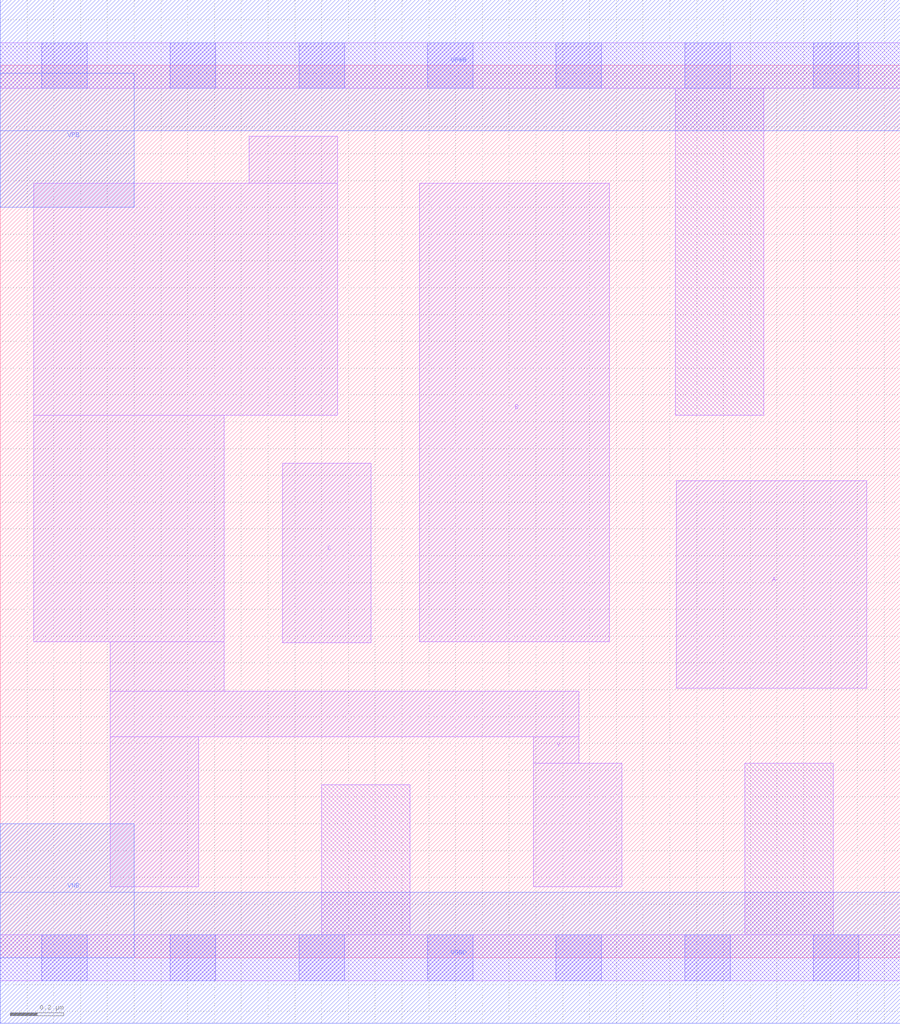
<source format=lef>
# Copyright 2020 The SkyWater PDK Authors
#
# Licensed under the Apache License, Version 2.0 (the "License");
# you may not use this file except in compliance with the License.
# You may obtain a copy of the License at
#
#     https://www.apache.org/licenses/LICENSE-2.0
#
# Unless required by applicable law or agreed to in writing, software
# distributed under the License is distributed on an "AS IS" BASIS,
# WITHOUT WARRANTIES OR CONDITIONS OF ANY KIND, either express or implied.
# See the License for the specific language governing permissions and
# limitations under the License.
#
# SPDX-License-Identifier: Apache-2.0

VERSION 5.5 ;
NAMESCASESENSITIVE ON ;
BUSBITCHARS "[]" ;
DIVIDERCHAR "/" ;
MACRO sky130_fd_sc_lp__nor3_lp
  CLASS CORE ;
  SOURCE USER ;
  ORIGIN  0.000000  0.000000 ;
  SIZE  3.360000 BY  3.330000 ;
  SYMMETRY X Y R90 ;
  SITE unit ;
  PIN A
    ANTENNAGATEAREA  0.376000 ;
    DIRECTION INPUT ;
    USE SIGNAL ;
    PORT
      LAYER li1 ;
        RECT 2.525000 1.005000 3.235000 1.780000 ;
    END
  END A
  PIN B
    ANTENNAGATEAREA  0.376000 ;
    DIRECTION INPUT ;
    USE SIGNAL ;
    PORT
      LAYER li1 ;
        RECT 1.565000 1.180000 2.275000 2.890000 ;
    END
  END B
  PIN C
    ANTENNAGATEAREA  0.376000 ;
    DIRECTION INPUT ;
    USE SIGNAL ;
    PORT
      LAYER li1 ;
        RECT 1.055000 1.175000 1.385000 1.845000 ;
    END
  END C
  PIN Y
    ANTENNADIFFAREA  0.522300 ;
    DIRECTION OUTPUT ;
    USE SIGNAL ;
    PORT
      LAYER li1 ;
        RECT 0.125000 1.180000 0.835000 2.025000 ;
        RECT 0.125000 2.025000 1.260000 2.890000 ;
        RECT 0.410000 0.265000 0.740000 0.825000 ;
        RECT 0.410000 0.825000 2.160000 0.995000 ;
        RECT 0.410000 0.995000 0.835000 1.180000 ;
        RECT 0.930000 2.890000 1.260000 3.065000 ;
        RECT 1.990000 0.265000 2.320000 0.725000 ;
        RECT 1.990000 0.725000 2.160000 0.825000 ;
    END
  END Y
  PIN VGND
    DIRECTION INOUT ;
    USE GROUND ;
    PORT
      LAYER met1 ;
        RECT 0.000000 -0.245000 3.360000 0.245000 ;
    END
  END VGND
  PIN VNB
    DIRECTION INOUT ;
    USE GROUND ;
    PORT
    END
  END VNB
  PIN VPB
    DIRECTION INOUT ;
    USE POWER ;
    PORT
    END
  END VPB
  PIN VNB
    DIRECTION INOUT ;
    USE GROUND ;
    PORT
      LAYER met1 ;
        RECT 0.000000 0.000000 0.500000 0.500000 ;
    END
  END VNB
  PIN VPB
    DIRECTION INOUT ;
    USE POWER ;
    PORT
      LAYER met1 ;
        RECT 0.000000 2.800000 0.500000 3.300000 ;
    END
  END VPB
  PIN VPWR
    DIRECTION INOUT ;
    USE POWER ;
    PORT
      LAYER met1 ;
        RECT 0.000000 3.085000 3.360000 3.575000 ;
    END
  END VPWR
  OBS
    LAYER li1 ;
      RECT 0.000000 -0.085000 3.360000 0.085000 ;
      RECT 0.000000  3.245000 3.360000 3.415000 ;
      RECT 1.200000  0.085000 1.530000 0.645000 ;
      RECT 2.520000  2.025000 2.850000 3.245000 ;
      RECT 2.780000  0.085000 3.110000 0.725000 ;
    LAYER mcon ;
      RECT 0.155000 -0.085000 0.325000 0.085000 ;
      RECT 0.155000  3.245000 0.325000 3.415000 ;
      RECT 0.635000 -0.085000 0.805000 0.085000 ;
      RECT 0.635000  3.245000 0.805000 3.415000 ;
      RECT 1.115000 -0.085000 1.285000 0.085000 ;
      RECT 1.115000  3.245000 1.285000 3.415000 ;
      RECT 1.595000 -0.085000 1.765000 0.085000 ;
      RECT 1.595000  3.245000 1.765000 3.415000 ;
      RECT 2.075000 -0.085000 2.245000 0.085000 ;
      RECT 2.075000  3.245000 2.245000 3.415000 ;
      RECT 2.555000 -0.085000 2.725000 0.085000 ;
      RECT 2.555000  3.245000 2.725000 3.415000 ;
      RECT 3.035000 -0.085000 3.205000 0.085000 ;
      RECT 3.035000  3.245000 3.205000 3.415000 ;
  END
END sky130_fd_sc_lp__nor3_lp
END LIBRARY

</source>
